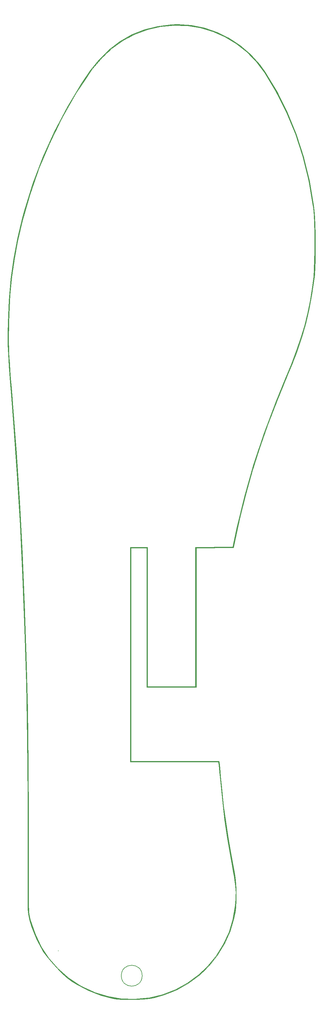
<source format=gbr>
G04 #@! TF.FileFunction,Profile,NP*
%FSLAX46Y46*%
G04 Gerber Fmt 4.6, Leading zero omitted, Abs format (unit mm)*
G04 Created by KiCad (PCBNEW 4.0.6) date 04/30/18 02:02:33*
%MOMM*%
%LPD*%
G01*
G04 APERTURE LIST*
%ADD10C,0.100000*%
%ADD11C,0.150000*%
%ADD12C,0.010000*%
G04 APERTURE END LIST*
D10*
D11*
X61500000Y-295000000D02*
G75*
G03X61500000Y-295000000I-3000000J0D01*
G01*
X37400000Y-287800000D02*
X37400000Y-287900000D01*
D12*
G36*
X75562251Y-22293896D02*
X79359825Y-23053590D01*
X83011002Y-24292034D01*
X86472365Y-25985704D01*
X89700497Y-28111071D01*
X92651981Y-30644611D01*
X95283400Y-33562797D01*
X96806079Y-35661458D01*
X100250203Y-41332211D01*
X103255719Y-47294938D01*
X105819406Y-53540851D01*
X107938039Y-60061159D01*
X109608394Y-66847074D01*
X110827250Y-73889807D01*
X110827795Y-73893750D01*
X110989531Y-75419705D01*
X111119842Y-77364724D01*
X111218027Y-79622146D01*
X111283385Y-82085312D01*
X111315216Y-84647561D01*
X111312818Y-87202232D01*
X111275491Y-89642665D01*
X111202535Y-91862199D01*
X111093249Y-93754174D01*
X110966852Y-95060417D01*
X110320524Y-99544805D01*
X109537253Y-103746900D01*
X108582128Y-107793134D01*
X107420237Y-111809939D01*
X106016669Y-115923747D01*
X104336513Y-120260991D01*
X103363582Y-122595761D01*
X100372282Y-129850406D01*
X97703230Y-136808359D01*
X95325021Y-143566558D01*
X93206249Y-150221939D01*
X91315506Y-156871442D01*
X89621387Y-163612004D01*
X88582779Y-168217708D01*
X87726541Y-172186458D01*
X77054167Y-172329706D01*
X77054167Y-212270833D01*
X62766667Y-212270833D01*
X62766667Y-172318750D01*
X58268750Y-172318750D01*
X58268750Y-233437500D01*
X83636327Y-233437500D01*
X83776056Y-234561979D01*
X83864833Y-235388018D01*
X83967891Y-236511280D01*
X84064174Y-237701004D01*
X84071764Y-237803125D01*
X84426085Y-241824085D01*
X84915037Y-246191595D01*
X85516516Y-250746783D01*
X86208414Y-255330778D01*
X86968626Y-259784708D01*
X87569181Y-262938541D01*
X87926711Y-264773426D01*
X88182971Y-266245247D01*
X88354450Y-267506836D01*
X88457637Y-268711028D01*
X88509020Y-270010656D01*
X88525090Y-271558553D01*
X88525459Y-271802083D01*
X88508909Y-273655160D01*
X88447277Y-275129252D01*
X88327701Y-276373560D01*
X88137320Y-277537284D01*
X87959925Y-278362738D01*
X86813657Y-282180688D01*
X85212091Y-285764240D01*
X83188266Y-289080420D01*
X80775223Y-292096256D01*
X78006004Y-294778773D01*
X74913648Y-297094998D01*
X71531196Y-299011957D01*
X67891688Y-300496677D01*
X64956258Y-301319757D01*
X63570472Y-301551509D01*
X61817941Y-301720403D01*
X59852193Y-301823327D01*
X57826753Y-301857172D01*
X55895149Y-301818824D01*
X54210908Y-301705173D01*
X53150458Y-301559016D01*
X49538683Y-300633601D01*
X45960097Y-299248773D01*
X42556400Y-297463042D01*
X41299936Y-296665879D01*
X39938124Y-295630771D01*
X38411274Y-294266068D01*
X36833557Y-292691686D01*
X35319141Y-291027542D01*
X33982198Y-289393550D01*
X32936896Y-287909629D01*
X32886672Y-287829159D01*
X31150007Y-284593992D01*
X29707557Y-280997134D01*
X29093954Y-279036771D01*
X28975458Y-278612399D01*
X28874132Y-278206319D01*
X28788797Y-277775815D01*
X28718277Y-277278175D01*
X28661395Y-276670685D01*
X28616972Y-275910629D01*
X28583831Y-274955296D01*
X28560795Y-273761970D01*
X28546686Y-272287938D01*
X28540327Y-270490486D01*
X28540540Y-268326900D01*
X28546148Y-265754465D01*
X28555974Y-262730469D01*
X28566307Y-259895833D01*
X28558750Y-243192638D01*
X28409402Y-226950341D01*
X28116512Y-211119540D01*
X27678331Y-195650833D01*
X27093108Y-180494819D01*
X26359092Y-165602095D01*
X25474533Y-150923259D01*
X24437680Y-136408910D01*
X23991401Y-130779166D01*
X23724057Y-127483635D01*
X23498331Y-124653220D01*
X23311278Y-122225753D01*
X23159955Y-120139064D01*
X23041417Y-118330983D01*
X22952719Y-116739341D01*
X22890918Y-115301967D01*
X22853069Y-113956693D01*
X22836228Y-112641348D01*
X22836671Y-112152587D01*
X23099206Y-112152587D01*
X23108995Y-113468395D01*
X23138631Y-114791461D01*
X23191048Y-116183846D01*
X23269182Y-117707608D01*
X23375970Y-119424806D01*
X23514347Y-121397501D01*
X23687249Y-123687751D01*
X23897612Y-126357615D01*
X24148372Y-129469154D01*
X24254775Y-130779166D01*
X25332811Y-144981524D01*
X26262874Y-159277604D01*
X27046926Y-173722601D01*
X27686926Y-188371714D01*
X28184837Y-203280140D01*
X28542619Y-218503074D01*
X28762233Y-234095715D01*
X28845640Y-250113258D01*
X28832336Y-259631250D01*
X28819766Y-263085136D01*
X28810490Y-266052117D01*
X28805633Y-268574453D01*
X28806323Y-270694402D01*
X28813686Y-272454222D01*
X28828849Y-273896171D01*
X28852938Y-275062507D01*
X28887080Y-275995490D01*
X28932402Y-276737376D01*
X28990031Y-277330425D01*
X29061092Y-277816894D01*
X29146713Y-278239042D01*
X29248021Y-278639128D01*
X29348683Y-278998242D01*
X30736734Y-283004511D01*
X32513204Y-286651538D01*
X34678778Y-289940197D01*
X37234141Y-292871357D01*
X40179981Y-295445890D01*
X43516982Y-297664669D01*
X44448969Y-298183499D01*
X47998165Y-299794100D01*
X51713177Y-300924182D01*
X55531644Y-301563553D01*
X59391204Y-301702021D01*
X63229497Y-301329393D01*
X63458455Y-301290438D01*
X67375604Y-300350082D01*
X71053654Y-298937772D01*
X74488948Y-297055456D01*
X77677830Y-294705081D01*
X80125625Y-292409785D01*
X82663938Y-289398898D01*
X84750645Y-286119676D01*
X86376047Y-282594872D01*
X87530446Y-278847242D01*
X88204144Y-274899540D01*
X88344745Y-273125000D01*
X88387999Y-272111815D01*
X88398174Y-271181564D01*
X88366001Y-270254267D01*
X88282213Y-269249943D01*
X88137541Y-268088614D01*
X87922717Y-266690299D01*
X87628473Y-264975018D01*
X87245541Y-262862792D01*
X87004892Y-261562730D01*
X85992548Y-255750906D01*
X85168778Y-250182878D01*
X84500432Y-244621968D01*
X84177265Y-241375000D01*
X84011304Y-239603195D01*
X83854134Y-237962936D01*
X83714582Y-236543421D01*
X83601475Y-235433848D01*
X83523638Y-234723414D01*
X83503084Y-234561979D01*
X83380189Y-233702083D01*
X58004167Y-233702083D01*
X58004167Y-172054167D01*
X63031250Y-172054167D01*
X63031250Y-212006250D01*
X76789583Y-212006250D01*
X76789583Y-172065123D01*
X87472065Y-171921875D01*
X88716002Y-166362424D01*
X90962764Y-157166718D01*
X93556091Y-148146358D01*
X96531389Y-139192618D01*
X99924067Y-130196771D01*
X102587128Y-123767708D01*
X104337755Y-119556976D01*
X105824191Y-115678208D01*
X107077496Y-112024226D01*
X108128730Y-108487854D01*
X109008954Y-104961915D01*
X109749227Y-101339231D01*
X110380609Y-97512626D01*
X110561467Y-96251042D01*
X110749632Y-94492799D01*
X110893856Y-92320357D01*
X110994121Y-89843972D01*
X111050410Y-87173899D01*
X111062707Y-84420395D01*
X111030993Y-81693714D01*
X110955252Y-79104114D01*
X110835467Y-76761849D01*
X110671621Y-74777175D01*
X110564929Y-73893750D01*
X109334490Y-66844515D01*
X107649452Y-60047303D01*
X105513110Y-53511112D01*
X102928755Y-47244942D01*
X99899680Y-41257792D01*
X96677723Y-35934810D01*
X94288363Y-32761183D01*
X91567058Y-29977374D01*
X88555513Y-27598792D01*
X85295434Y-25640848D01*
X81828525Y-24118950D01*
X78196492Y-23048510D01*
X74441038Y-22444938D01*
X70603871Y-22323642D01*
X66726694Y-22700034D01*
X63082663Y-23521481D01*
X59425341Y-24853203D01*
X55997021Y-26658651D01*
X52810071Y-28928762D01*
X49876857Y-31654471D01*
X47209749Y-34826714D01*
X46698535Y-35529166D01*
X42418410Y-41996212D01*
X38507902Y-48811334D01*
X34990999Y-55921908D01*
X31891692Y-63275310D01*
X29233971Y-70818917D01*
X27041827Y-78500105D01*
X26959546Y-78827970D01*
X25717205Y-84209952D01*
X24744334Y-89370933D01*
X24019466Y-94473600D01*
X23521138Y-99680634D01*
X23227884Y-105154721D01*
X23159553Y-107628125D01*
X23127420Y-109294512D01*
X23106326Y-110781979D01*
X23099206Y-112152587D01*
X22836671Y-112152587D01*
X22837450Y-111293762D01*
X22853790Y-109851766D01*
X22882305Y-108253191D01*
X22894969Y-107628125D01*
X23155360Y-101238233D01*
X23678764Y-95168087D01*
X24487269Y-89266295D01*
X25602966Y-83381462D01*
X27047943Y-77362195D01*
X27617751Y-75259630D01*
X30000106Y-67631647D01*
X32856733Y-60134592D01*
X36159848Y-52827261D01*
X39881669Y-45768447D01*
X43994412Y-39016944D01*
X46454680Y-35396875D01*
X49062174Y-32130224D01*
X51950394Y-29299527D01*
X55097650Y-26916282D01*
X58482251Y-24991985D01*
X62082507Y-23538132D01*
X65876727Y-22566220D01*
X69843221Y-22087745D01*
X71661696Y-22036480D01*
X75562251Y-22293896D01*
X75562251Y-22293896D01*
G37*
X75562251Y-22293896D02*
X79359825Y-23053590D01*
X83011002Y-24292034D01*
X86472365Y-25985704D01*
X89700497Y-28111071D01*
X92651981Y-30644611D01*
X95283400Y-33562797D01*
X96806079Y-35661458D01*
X100250203Y-41332211D01*
X103255719Y-47294938D01*
X105819406Y-53540851D01*
X107938039Y-60061159D01*
X109608394Y-66847074D01*
X110827250Y-73889807D01*
X110827795Y-73893750D01*
X110989531Y-75419705D01*
X111119842Y-77364724D01*
X111218027Y-79622146D01*
X111283385Y-82085312D01*
X111315216Y-84647561D01*
X111312818Y-87202232D01*
X111275491Y-89642665D01*
X111202535Y-91862199D01*
X111093249Y-93754174D01*
X110966852Y-95060417D01*
X110320524Y-99544805D01*
X109537253Y-103746900D01*
X108582128Y-107793134D01*
X107420237Y-111809939D01*
X106016669Y-115923747D01*
X104336513Y-120260991D01*
X103363582Y-122595761D01*
X100372282Y-129850406D01*
X97703230Y-136808359D01*
X95325021Y-143566558D01*
X93206249Y-150221939D01*
X91315506Y-156871442D01*
X89621387Y-163612004D01*
X88582779Y-168217708D01*
X87726541Y-172186458D01*
X77054167Y-172329706D01*
X77054167Y-212270833D01*
X62766667Y-212270833D01*
X62766667Y-172318750D01*
X58268750Y-172318750D01*
X58268750Y-233437500D01*
X83636327Y-233437500D01*
X83776056Y-234561979D01*
X83864833Y-235388018D01*
X83967891Y-236511280D01*
X84064174Y-237701004D01*
X84071764Y-237803125D01*
X84426085Y-241824085D01*
X84915037Y-246191595D01*
X85516516Y-250746783D01*
X86208414Y-255330778D01*
X86968626Y-259784708D01*
X87569181Y-262938541D01*
X87926711Y-264773426D01*
X88182971Y-266245247D01*
X88354450Y-267506836D01*
X88457637Y-268711028D01*
X88509020Y-270010656D01*
X88525090Y-271558553D01*
X88525459Y-271802083D01*
X88508909Y-273655160D01*
X88447277Y-275129252D01*
X88327701Y-276373560D01*
X88137320Y-277537284D01*
X87959925Y-278362738D01*
X86813657Y-282180688D01*
X85212091Y-285764240D01*
X83188266Y-289080420D01*
X80775223Y-292096256D01*
X78006004Y-294778773D01*
X74913648Y-297094998D01*
X71531196Y-299011957D01*
X67891688Y-300496677D01*
X64956258Y-301319757D01*
X63570472Y-301551509D01*
X61817941Y-301720403D01*
X59852193Y-301823327D01*
X57826753Y-301857172D01*
X55895149Y-301818824D01*
X54210908Y-301705173D01*
X53150458Y-301559016D01*
X49538683Y-300633601D01*
X45960097Y-299248773D01*
X42556400Y-297463042D01*
X41299936Y-296665879D01*
X39938124Y-295630771D01*
X38411274Y-294266068D01*
X36833557Y-292691686D01*
X35319141Y-291027542D01*
X33982198Y-289393550D01*
X32936896Y-287909629D01*
X32886672Y-287829159D01*
X31150007Y-284593992D01*
X29707557Y-280997134D01*
X29093954Y-279036771D01*
X28975458Y-278612399D01*
X28874132Y-278206319D01*
X28788797Y-277775815D01*
X28718277Y-277278175D01*
X28661395Y-276670685D01*
X28616972Y-275910629D01*
X28583831Y-274955296D01*
X28560795Y-273761970D01*
X28546686Y-272287938D01*
X28540327Y-270490486D01*
X28540540Y-268326900D01*
X28546148Y-265754465D01*
X28555974Y-262730469D01*
X28566307Y-259895833D01*
X28558750Y-243192638D01*
X28409402Y-226950341D01*
X28116512Y-211119540D01*
X27678331Y-195650833D01*
X27093108Y-180494819D01*
X26359092Y-165602095D01*
X25474533Y-150923259D01*
X24437680Y-136408910D01*
X23991401Y-130779166D01*
X23724057Y-127483635D01*
X23498331Y-124653220D01*
X23311278Y-122225753D01*
X23159955Y-120139064D01*
X23041417Y-118330983D01*
X22952719Y-116739341D01*
X22890918Y-115301967D01*
X22853069Y-113956693D01*
X22836228Y-112641348D01*
X22836671Y-112152587D01*
X23099206Y-112152587D01*
X23108995Y-113468395D01*
X23138631Y-114791461D01*
X23191048Y-116183846D01*
X23269182Y-117707608D01*
X23375970Y-119424806D01*
X23514347Y-121397501D01*
X23687249Y-123687751D01*
X23897612Y-126357615D01*
X24148372Y-129469154D01*
X24254775Y-130779166D01*
X25332811Y-144981524D01*
X26262874Y-159277604D01*
X27046926Y-173722601D01*
X27686926Y-188371714D01*
X28184837Y-203280140D01*
X28542619Y-218503074D01*
X28762233Y-234095715D01*
X28845640Y-250113258D01*
X28832336Y-259631250D01*
X28819766Y-263085136D01*
X28810490Y-266052117D01*
X28805633Y-268574453D01*
X28806323Y-270694402D01*
X28813686Y-272454222D01*
X28828849Y-273896171D01*
X28852938Y-275062507D01*
X28887080Y-275995490D01*
X28932402Y-276737376D01*
X28990031Y-277330425D01*
X29061092Y-277816894D01*
X29146713Y-278239042D01*
X29248021Y-278639128D01*
X29348683Y-278998242D01*
X30736734Y-283004511D01*
X32513204Y-286651538D01*
X34678778Y-289940197D01*
X37234141Y-292871357D01*
X40179981Y-295445890D01*
X43516982Y-297664669D01*
X44448969Y-298183499D01*
X47998165Y-299794100D01*
X51713177Y-300924182D01*
X55531644Y-301563553D01*
X59391204Y-301702021D01*
X63229497Y-301329393D01*
X63458455Y-301290438D01*
X67375604Y-300350082D01*
X71053654Y-298937772D01*
X74488948Y-297055456D01*
X77677830Y-294705081D01*
X80125625Y-292409785D01*
X82663938Y-289398898D01*
X84750645Y-286119676D01*
X86376047Y-282594872D01*
X87530446Y-278847242D01*
X88204144Y-274899540D01*
X88344745Y-273125000D01*
X88387999Y-272111815D01*
X88398174Y-271181564D01*
X88366001Y-270254267D01*
X88282213Y-269249943D01*
X88137541Y-268088614D01*
X87922717Y-266690299D01*
X87628473Y-264975018D01*
X87245541Y-262862792D01*
X87004892Y-261562730D01*
X85992548Y-255750906D01*
X85168778Y-250182878D01*
X84500432Y-244621968D01*
X84177265Y-241375000D01*
X84011304Y-239603195D01*
X83854134Y-237962936D01*
X83714582Y-236543421D01*
X83601475Y-235433848D01*
X83523638Y-234723414D01*
X83503084Y-234561979D01*
X83380189Y-233702083D01*
X58004167Y-233702083D01*
X58004167Y-172054167D01*
X63031250Y-172054167D01*
X63031250Y-212006250D01*
X76789583Y-212006250D01*
X76789583Y-172065123D01*
X87472065Y-171921875D01*
X88716002Y-166362424D01*
X90962764Y-157166718D01*
X93556091Y-148146358D01*
X96531389Y-139192618D01*
X99924067Y-130196771D01*
X102587128Y-123767708D01*
X104337755Y-119556976D01*
X105824191Y-115678208D01*
X107077496Y-112024226D01*
X108128730Y-108487854D01*
X109008954Y-104961915D01*
X109749227Y-101339231D01*
X110380609Y-97512626D01*
X110561467Y-96251042D01*
X110749632Y-94492799D01*
X110893856Y-92320357D01*
X110994121Y-89843972D01*
X111050410Y-87173899D01*
X111062707Y-84420395D01*
X111030993Y-81693714D01*
X110955252Y-79104114D01*
X110835467Y-76761849D01*
X110671621Y-74777175D01*
X110564929Y-73893750D01*
X109334490Y-66844515D01*
X107649452Y-60047303D01*
X105513110Y-53511112D01*
X102928755Y-47244942D01*
X99899680Y-41257792D01*
X96677723Y-35934810D01*
X94288363Y-32761183D01*
X91567058Y-29977374D01*
X88555513Y-27598792D01*
X85295434Y-25640848D01*
X81828525Y-24118950D01*
X78196492Y-23048510D01*
X74441038Y-22444938D01*
X70603871Y-22323642D01*
X66726694Y-22700034D01*
X63082663Y-23521481D01*
X59425341Y-24853203D01*
X55997021Y-26658651D01*
X52810071Y-28928762D01*
X49876857Y-31654471D01*
X47209749Y-34826714D01*
X46698535Y-35529166D01*
X42418410Y-41996212D01*
X38507902Y-48811334D01*
X34990999Y-55921908D01*
X31891692Y-63275310D01*
X29233971Y-70818917D01*
X27041827Y-78500105D01*
X26959546Y-78827970D01*
X25717205Y-84209952D01*
X24744334Y-89370933D01*
X24019466Y-94473600D01*
X23521138Y-99680634D01*
X23227884Y-105154721D01*
X23159553Y-107628125D01*
X23127420Y-109294512D01*
X23106326Y-110781979D01*
X23099206Y-112152587D01*
X22836671Y-112152587D01*
X22837450Y-111293762D01*
X22853790Y-109851766D01*
X22882305Y-108253191D01*
X22894969Y-107628125D01*
X23155360Y-101238233D01*
X23678764Y-95168087D01*
X24487269Y-89266295D01*
X25602966Y-83381462D01*
X27047943Y-77362195D01*
X27617751Y-75259630D01*
X30000106Y-67631647D01*
X32856733Y-60134592D01*
X36159848Y-52827261D01*
X39881669Y-45768447D01*
X43994412Y-39016944D01*
X46454680Y-35396875D01*
X49062174Y-32130224D01*
X51950394Y-29299527D01*
X55097650Y-26916282D01*
X58482251Y-24991985D01*
X62082507Y-23538132D01*
X65876727Y-22566220D01*
X69843221Y-22087745D01*
X71661696Y-22036480D01*
X75562251Y-22293896D01*
M02*

</source>
